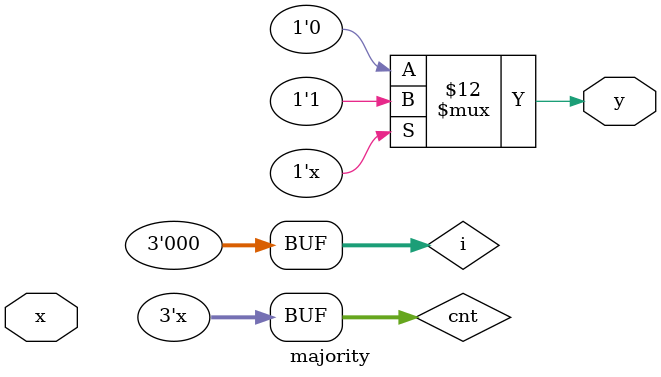
<source format=v>
module majority #(parameter n = 8)(
	input [n - 1:0] x,
	output y
);

reg [$clog2(n) - 1:0] i;
reg [$clog2(n) - 1:0] cnt;

always @ (x) begin
	for(i = 0; i < n; i = i + 1) begin
		if(x[i]) cnt = cnt + 1;
	end
end

assign y = (cnt > n/2) ? 1'b1 : 1'b0;

endmodule

</source>
